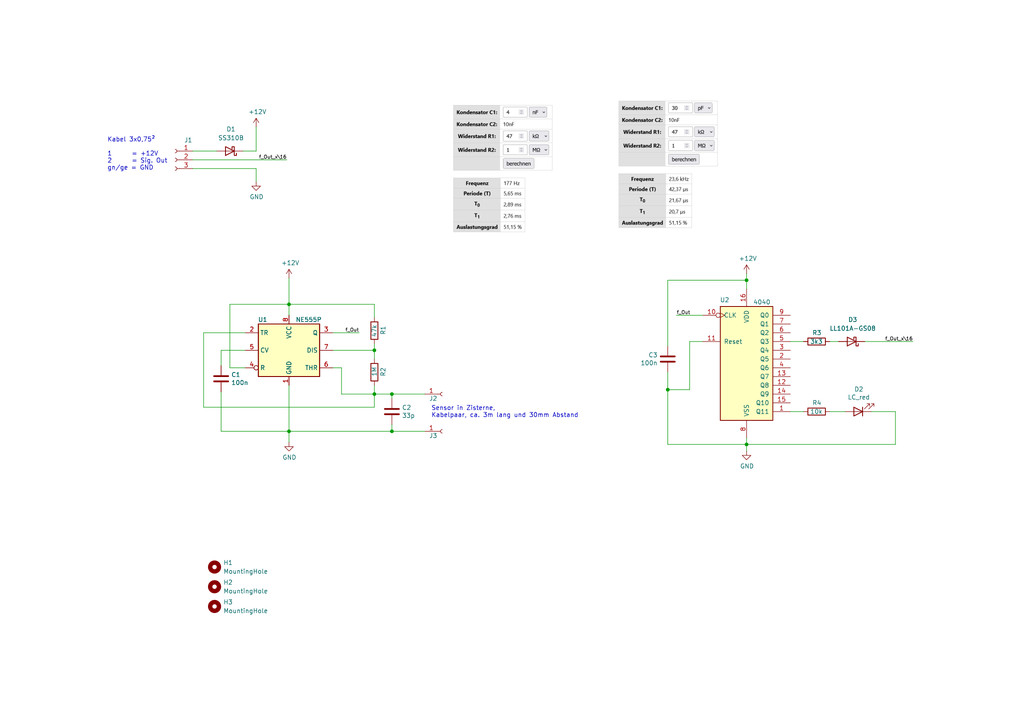
<source format=kicad_sch>
(kicad_sch (version 20231120) (generator "eeschema") (generator_version "8.0")
  (paper "A4")
  (title_block (title "Liquid-Sensor-Zisterne") (date "2023-01-03") (rev "0"))
  (lib_symbols
    (symbol "4xxx:4040" (pin_names (offset 1.016))
      (property "Reference" "U" (at -7.62 16.51 0))
      (property "Value" "4040" (at -7.62 -19.05 0))
      (symbol "4040_1_0"
        (pin output line (at 12.7 -15.24 180) (length 5.08) (name "Q11") (number "1"))
        (pin input inverted_clock (at -12.7 12.7 0) (length 5.08) (name "CLK") (number "10"))
        (pin input line (at -12.7 5.08 0) (length 5.08) (name "Reset") (number "11"))
        (pin output line (at 12.7 -7.62 180) (length 5.08) (name "Q8") (number "12"))
        (pin output line (at 12.7 -5.08 180) (length 5.08) (name "Q7") (number "13"))
        (pin output line (at 12.7 -10.16 180) (length 5.08) (name "Q9") (number "14"))
        (pin output line (at 12.7 -12.7 180) (length 5.08) (name "Q10") (number "15"))
        (pin power_in line (at 0 20.32 270) (length 5.08) (name "VDD") (number "16"))
        (pin output line (at 12.7 0 180) (length 5.08) (name "Q5") (number "2"))
        (pin output line (at 12.7 2.54 180) (length 5.08) (name "Q4") (number "3"))
        (pin output line (at 12.7 -2.54 180) (length 5.08) (name "Q6") (number "4"))
        (pin output line (at 12.7 5.08 180) (length 5.08) (name "Q3") (number "5"))
        (pin output line (at 12.7 7.62 180) (length 5.08) (name "Q2") (number "6"))
        (pin output line (at 12.7 10.16 180) (length 5.08) (name "Q1") (number "7"))
        (pin power_in line (at 0 -22.86 90) (length 5.08) (name "VSS") (number "8"))
        (pin output line (at 12.7 12.7 180) (length 5.08) (name "Q0") (number "9"))
      )
      (symbol "4040_1_1"
        (rectangle (start -7.62 15.24) (end 7.62 -17.78) (stroke (width 0.254)) (fill (type background)))
      )
    )
    (symbol "Device:C" (pin_numbers hide) (pin_names (offset 0.254))
      (property "Reference" "C" (at 0.635 2.54 0))
      (property "Value" "C" (at 0.635 -2.54 0))
      (symbol "C_0_1"
        (polyline (pts (xy -2.032 -0.762) (xy 2.032 -0.762)) (stroke (width 0.508)))
        (polyline (pts (xy -2.032 0.762) (xy 2.032 0.762)) (stroke (width 0.508)))
      )
      (symbol "C_1_1"
        (pin passive line (at 0 3.81 270) (length 2.794) (name "~") (number "1"))
        (pin passive line (at 0 -3.81 90) (length 2.794) (name "~") (number "2"))
      )
    )
    (symbol "Device:D_Schottky" (pin_numbers hide) (pin_names (offset 1.016) hide)
      (property "Reference" "D" (at 0 2.54 0))
      (property "Value" "D_Schottky" (at 0 -2.54 0))
      (symbol "D_Schottky_0_1"
        (polyline (pts (xy 1.27 0) (xy -1.27 0)))
        (polyline (pts (xy 1.27 1.27) (xy 1.27 -1.27) (xy -1.27 0) (xy 1.27 1.27)) (stroke (width 0.254)))
        (polyline (pts (xy -1.905 0.635) (xy -1.905 1.27) (xy -1.27 1.27) (xy -1.27 -1.27) (xy -0.635 -1.27) (xy -0.635 -0.635)) (stroke (width 0.254)))
      )
      (symbol "D_Schottky_1_1"
        (pin passive line (at -3.81 0 0) (length 2.54) (name "K") (number "1"))
        (pin passive line (at 3.81 0 180) (length 2.54) (name "A") (number "2"))
      )
    )
    (symbol "Device:LED" (pin_numbers hide) (pin_names (offset 1.016) hide)
      (property "Reference" "D" (at 0 2.54 0))
      (property "Value" "LED" (at 0 -2.54 0))
      (symbol "LED_0_1"
        (polyline (pts (xy -1.27 -1.27) (xy -1.27 1.27)) (stroke (width 0.254)))
        (polyline (pts (xy -1.27 0) (xy 1.27 0)))
        (polyline (pts (xy 1.27 -1.27) (xy 1.27 1.27) (xy -1.27 0) (xy 1.27 -1.27)) (stroke (width 0.254)))
        (polyline (pts (xy -3.048 -0.762) (xy -4.572 -2.286) (xy -3.81 -2.286) (xy -4.572 -2.286) (xy -4.572 -1.524)))
        (polyline (pts (xy -1.778 -0.762) (xy -3.302 -2.286) (xy -2.54 -2.286) (xy -3.302 -2.286) (xy -3.302 -1.524)))
      )
      (symbol "LED_1_1"
        (pin passive line (at -3.81 0 0) (length 2.54) (name "K") (number "1"))
        (pin passive line (at 3.81 0 180) (length 2.54) (name "A") (number "2"))
      )
    )
    (symbol "Device:R" (pin_numbers hide) (pin_names (offset 0))
      (property "Reference" "R" (at 2.032 0 90))
      (property "Value" "R" (at 0 0 90))
      (symbol "R_0_1"
        (rectangle (start -1.016 -2.54) (end 1.016 2.54) (stroke (width 0.254)))
      )
      (symbol "R_1_1"
        (pin passive line (at 0 3.81 270) (length 1.27) (name "~") (number "1"))
        (pin passive line (at 0 -3.81 90) (length 1.27) (name "~") (number "2"))
      )
    )
    (symbol "Liquid-Sensor-Zisterne-rescue:+12V-power" (power) (pin_names (offset 0))
      (property "Value" "power_+12V" (at 0 3.556 0))
      (symbol "+12V-power_0_1"
        (polyline (pts (xy -0.762 1.27) (xy 0 2.54)))
        (polyline (pts (xy 0 0) (xy 0 2.54)))
        (polyline (pts (xy 0 2.54) (xy 0.762 1.27)))
      )
      (symbol "+12V-power_1_1"
        (pin power_in line (at 0 0 90) (length 0) hide (name "+12V") (number "1"))
      )
    )
    (symbol "Liquid-Sensor-Zisterne-rescue:Conn_01x01_Female-Connector" (pin_names (offset 1.016) hide)
      (property "Reference" "J" (at 0 2.54 0))
      (property "Value" "Connector_Conn_01x01_Female" (at 0 -2.54 0))
      (symbol "Conn_01x01_Female-Connector_1_1"
        (polyline (pts (xy -1.27 0) (xy -0.508 0)) (stroke (width 0.1524)))
        (arc (start 0 0.508) (mid -0.508 0) (end 0 -0.508) (stroke (width 0.1524)))
        (pin passive line (at -5.08 0 0) (length 3.81) (name "Pin_1") (number "1"))
      )
    )
    (symbol "Liquid-Sensor-Zisterne-rescue:Conn_01x03_Female-Connector" (pin_names (offset 1.016) hide)
      (property "Reference" "J" (at 0 5.08 0))
      (property "Value" "Connector_Conn_01x03_Female" (at 0 -5.08 0))
      (symbol "Conn_01x03_Female-Connector_1_1"
        (arc (start 0 -2.032) (mid -0.508 -2.54) (end 0 -3.048) (stroke (width 0.1524)))
        (polyline (pts (xy -1.27 -2.54) (xy -0.508 -2.54)) (stroke (width 0.1524)))
        (polyline (pts (xy -1.27 0) (xy -0.508 0)) (stroke (width 0.1524)))
        (polyline (pts (xy -1.27 2.54) (xy -0.508 2.54)) (stroke (width 0.1524)))
        (arc (start 0 0.508) (mid -0.508 0) (end 0 -0.508) (stroke (width 0.1524)))
        (arc (start 0 3.048) (mid -0.508 2.54) (end 0 2.032) (stroke (width 0.1524)))
        (pin passive line (at -5.08 2.54 0) (length 3.81) (name "Pin_1") (number "1"))
        (pin passive line (at -5.08 0 0) (length 3.81) (name "Pin_2") (number "2"))
        (pin passive line (at -5.08 -2.54 0) (length 3.81) (name "Pin_3") (number "3"))
      )
    )
    (symbol "Liquid-Sensor-Zisterne-rescue:GND-power" (power) (pin_names (offset 0))
      (property "Value" "power_GND" (at 0 -3.81 0))
      (symbol "GND-power_0_1"
        (polyline (pts (xy 0 0) (xy 0 -1.27) (xy 1.27 -1.27) (xy 0 -2.54) (xy -1.27 -1.27) (xy 0 -1.27)))
      )
      (symbol "GND-power_1_1"
        (pin power_in line (at 0 0 270) (length 0) hide (name "GND") (number "1"))
      )
    )
    (symbol "Mechanical:MountingHole" (pin_names (offset 1.016)) (exclude_from_sim yes) (in_bom no)
      (property "Reference" "H" (at 0 5.08 0))
      (property "Value" "MountingHole" (at 0 3.175 0))
      (symbol "MountingHole_0_1"
        (circle (center 0 0) (radius 1.27) (stroke (width 1.27)))
      )
    )
    (symbol "Timer:NE555P"
      (property "Reference" "U" (at -10.16 8.89 0))
      (property "Value" "NE555P" (at 2.54 8.89 0))
      (symbol "NE555P_0_0"
        (pin power_in line (at 0 -10.16 90) (length 2.54) (name "GND") (number "1"))
        (pin power_in line (at 0 10.16 270) (length 2.54) (name "VCC") (number "8"))
      )
      (symbol "NE555P_0_1"
        (rectangle (start -8.89 -7.62) (end 8.89 7.62) (stroke (width 0.254)) (fill (type background)))
        (rectangle (start -8.89 -7.62) (end 8.89 7.62) (stroke (width 0.254)) (fill (type background)))
      )
      (symbol "NE555P_1_1"
        (pin input line (at -12.7 5.08 0) (length 3.81) (name "TR") (number "2"))
        (pin output line (at 12.7 5.08 180) (length 3.81) (name "Q") (number "3"))
        (pin input inverted (at -12.7 -5.08 0) (length 3.81) (name "R") (number "4"))
        (pin input line (at -12.7 0 0) (length 3.81) (name "CV") (number "5"))
        (pin input line (at 12.7 -5.08 180) (length 3.81) (name "THR") (number "6"))
        (pin input line (at 12.7 0 180) (length 3.81) (name "DIS") (number "7"))
      )
    )
  )
  (junction (at 113.665 125.095))
  (junction (at 113.665 114.3))
  (junction (at 108.585 114.3))
  (junction (at 83.82 88.265))
  (junction (at 216.535 128.905))
  (junction (at 193.675 113.03))
  (junction (at 216.535 81.28))
  (junction (at 83.82 125.095))
  (junction (at 108.585 101.6))
  (wire (pts (xy 200.025 99.06) (xy 200.025 113.03)))
  (wire (pts (xy 123.19 114.3) (xy 113.665 114.3)))
  (wire (pts (xy 55.88 46.355) (xy 83.185 46.355)))
  (wire (pts (xy 123.19 125.095) (xy 113.665 125.095)))
  (wire (pts (xy 216.535 128.905) (xy 216.535 130.81)))
  (wire (pts (xy 252.73 119.38) (xy 259.715 119.38)))
  (wire (pts (xy 108.585 99.695) (xy 108.585 101.6)))
  (wire (pts (xy 193.675 107.95) (xy 193.675 113.03)))
  (wire (pts (xy 59.055 118.11) (xy 108.585 118.11)))
  (wire (pts (xy 74.295 48.895) (xy 74.295 52.705)))
  (wire (pts (xy 240.665 119.38) (xy 245.11 119.38)))
  (wire (pts (xy 216.535 81.28) (xy 193.675 81.28)))
  (wire (pts (xy 216.535 81.28) (xy 216.535 79.375)))
  (wire (pts (xy 96.52 106.68) (xy 99.06 106.68)))
  (wire (pts (xy 66.675 106.68) (xy 66.675 88.265)))
  (wire (pts (xy 200.025 113.03) (xy 193.675 113.03)))
  (wire (pts (xy 113.665 125.095) (xy 83.82 125.095)))
  (wire (pts (xy 71.12 96.52) (xy 59.055 96.52)))
  (wire (pts (xy 113.665 114.3) (xy 113.665 115.57)))
  (wire (pts (xy 216.535 83.82) (xy 216.535 81.28)))
  (wire (pts (xy 83.82 91.44) (xy 83.82 88.265)))
  (wire (pts (xy 99.06 114.3) (xy 108.585 114.3)))
  (wire (pts (xy 55.88 48.895) (xy 74.295 48.895)))
  (wire (pts (xy 193.675 128.905) (xy 216.535 128.905)))
  (wire (pts (xy 66.675 88.265) (xy 83.82 88.265)))
  (wire (pts (xy 250.825 99.06) (xy 264.795 99.06)))
  (wire (pts (xy 216.535 128.905) (xy 216.535 127)))
  (wire (pts (xy 83.82 128.27) (xy 83.82 125.095)))
  (wire (pts (xy 108.585 101.6) (xy 96.52 101.6)))
  (wire (pts (xy 83.82 111.76) (xy 83.82 125.095)))
  (wire (pts (xy 108.585 118.11) (xy 108.585 114.3)))
  (wire (pts (xy 71.12 106.68) (xy 66.675 106.68)))
  (wire (pts (xy 83.82 88.265) (xy 83.82 80.645)))
  (wire (pts (xy 259.715 128.905) (xy 216.535 128.905)))
  (wire (pts (xy 113.665 123.19) (xy 113.665 125.095)))
  (wire (pts (xy 193.675 113.03) (xy 193.675 128.905)))
  (wire (pts (xy 203.835 99.06) (xy 200.025 99.06)))
  (wire (pts (xy 55.88 43.815) (xy 62.865 43.815)))
  (wire (pts (xy 74.295 43.815) (xy 74.295 36.83)))
  (wire (pts (xy 96.52 96.52) (xy 104.14 96.52)))
  (wire (pts (xy 229.235 119.38) (xy 233.045 119.38)))
  (wire (pts (xy 233.045 99.06) (xy 229.235 99.06)))
  (wire (pts (xy 108.585 114.3) (xy 108.585 111.76)))
  (wire (pts (xy 64.135 125.095) (xy 83.82 125.095)))
  (wire (pts (xy 59.055 96.52) (xy 59.055 118.11)))
  (wire (pts (xy 83.82 88.265) (xy 108.585 88.265)))
  (wire (pts (xy 99.06 106.68) (xy 99.06 114.3)))
  (wire (pts (xy 259.715 119.38) (xy 259.715 128.905)))
  (wire (pts (xy 108.585 88.265) (xy 108.585 92.075)))
  (wire (pts (xy 203.835 91.44) (xy 196.215 91.44)))
  (wire (pts (xy 70.485 43.815) (xy 74.295 43.815)))
  (wire (pts (xy 193.675 81.28) (xy 193.675 100.33)))
  (wire (pts (xy 64.135 113.665) (xy 64.135 125.095)))
  (wire (pts (xy 240.665 99.06) (xy 243.205 99.06)))
  (wire (pts (xy 71.12 101.6) (xy 64.135 101.6)))
  (wire (pts (xy 64.135 101.6) (xy 64.135 106.045)))
  (wire (pts (xy 108.585 104.14) (xy 108.585 101.6)))
  (wire (pts (xy 108.585 114.3) (xy 113.665 114.3)))
  (image (at 195.58 48.26) (scale 0.313333))
  (image (at 146.685 49.53) (scale 0.313333))
  (text "Sensor in Zisterne,\nKabelpaar, ca. 3m lang und 30mm Abstand" (at 125.095 121.285 0) (effects (font (size 1.27 1.27)) (justify left bottom)))
  (text "Kabel 3x0,75²\n\n1      = +12V\n2      = Sig. Out\ngn/ge = GND" (at 31.115 49.53 0) (effects (font (size 1.27 1.27)) (justify left bottom)))
  (label "f_Out_x\\16" (at 83.185 46.355 180) (effects (font (size 0.9906 0.9906))))
  (label "f_Out_x\\16" (at 264.795 99.06 180) (effects (font (size 0.9906 0.9906))))
  (label "f_Out" (at 104.14 96.52 180) (effects (font (size 0.9906 0.9906))))
  (label "f_Out" (at 196.215 91.44 0) (effects (font (size 0.9906 0.9906))))
  (symbol (lib_id "Timer:NE555P") (at 83.82 101.6 0) (unit 1)
    (property "Reference" "U1" (at 76.2 92.71 0))
    (property "Value" "NE555P" (at 89.535 92.71 0))
    (property "Footprint" "Package_SO:SO-8_3.9x4.9mm_P1.27mm" (effects (hide yes)))
    (property "Datasheet" "http://www.ti.com/lit/ds/symlink/ne555.pdf" (effects (hide yes)))
  )
  (symbol (lib_id "Liquid-Sensor-Zisterne-rescue:+12V-power") (at 83.82 80.645 0) (unit 1)
    (property "Reference" "#PWR03" (effects (hide yes)))
    (property "Value" "+12V" (at 84.201 76.2508 0))
  )
  (symbol (lib_id "Liquid-Sensor-Zisterne-rescue:GND-power") (at 83.82 128.27 0) (unit 1)
    (property "Reference" "#PWR04" (effects (hide yes)))
    (property "Value" "GND" (at 83.947 132.6642 0))
  )
  (symbol (lib_id "Device:R") (at 108.585 107.95 0) (unit 1)
    (property "Reference" "R2" (at 111.125 109.22 90) (effects (justify left)))
    (property "Value" "1M" (at 108.585 109.22 90) (effects (justify left)))
    (property "Footprint" "Resistor_SMD:R_0805_2012Metric_Pad1.20x1.40mm_HandSolder" (effects (hide yes)))
  )
  (symbol (lib_id "Device:R") (at 108.585 95.885 0) (unit 1)
    (property "Reference" "R1" (at 111.125 97.155 90) (effects (justify left)))
    (property "Value" "47k" (at 108.585 97.79 90) (effects (justify left)))
    (property "Footprint" "Resistor_SMD:R_0805_2012Metric_Pad1.20x1.40mm_HandSolder" (effects (hide yes)))
  )
  (symbol (lib_id "Device:C") (at 113.665 119.38 180) (unit 1)
    (property "Reference" "C2" (at 116.586 118.2116 0) (effects (justify right)))
    (property "Value" "33p" (at 116.586 120.523 0) (effects (justify right)))
    (property "Footprint" "Capacitor_THT:C_Disc_D3.4mm_W2.1mm_P2.50mm" (effects (hide yes)))
  )
  (symbol (lib_id "Device:C") (at 64.135 109.855 0) (unit 1)
    (property "Reference" "C1" (at 67.056 108.6866 0) (effects (justify left)))
    (property "Value" "100n" (at 67.056 110.998 0) (effects (justify left)))
    (property "Footprint" "Capacitor_SMD:C_0805_2012Metric_Pad1.18x1.45mm_HandSolder" (effects (hide yes)))
  )
  (symbol (lib_id "Liquid-Sensor-Zisterne-rescue:Conn_01x01_Female-Connector") (at 128.27 125.095 0) (unit 1)
    (property "Reference" "J3" (at 124.46 126.365 0) (effects (justify left)))
    (property "Value" "Conn_01x01_Female" (effects (hide yes)))
    (property "Footprint" "TestPoint:TestPoint_Loop_D3.50mm_Drill1.4mm_Beaded" (effects (hide yes)))
  )
  (symbol (lib_id "Liquid-Sensor-Zisterne-rescue:Conn_01x01_Female-Connector") (at 128.27 114.3 0) (unit 1)
    (property "Reference" "J2" (at 124.46 115.57 0) (effects (justify left)))
    (property "Value" "Conn_01x01_Female" (effects (hide yes)))
    (property "Footprint" "TestPoint:TestPoint_Loop_D3.50mm_Drill1.4mm_Beaded" (effects (hide yes)))
  )
  (symbol (lib_id "4xxx:4040") (at 216.535 104.14 0) (unit 1)
    (property "Reference" "U2" (at 210.185 86.995 0))
    (property "Value" "4040" (at 220.98 87.63 0))
    (property "Footprint" "Package_SO:SOIC-16_3.9x9.9mm_P1.27mm" (effects (hide yes)))
    (property "Datasheet" "http://www.intersil.com/content/dam/Intersil/documents/cd40/cd4020bms-24bms-40bms.pdf" (effects (hide yes)))
    (property "Reichelt" "SMD 4040" (effects (hide yes)))
  )
  (symbol (lib_id "Liquid-Sensor-Zisterne-rescue:GND-power") (at 74.295 52.705 0) (unit 1)
    (property "Reference" "#PWR02" (effects (hide yes)))
    (property "Value" "GND" (at 74.422 57.0992 0))
  )
  (symbol (lib_id "Device:C") (at 193.675 104.14 0) (mirror x) (unit 1)
    (property "Reference" "C3" (at 190.754 102.9716 0) (effects (justify right)))
    (property "Value" "100n" (at 190.754 105.283 0) (effects (justify right)))
    (property "Footprint" "Capacitor_SMD:C_0805_2012Metric_Pad1.18x1.45mm_HandSolder" (effects (hide yes)))
  )
  (symbol (lib_id "Liquid-Sensor-Zisterne-rescue:+12V-power") (at 216.535 79.375 0) (unit 1)
    (property "Reference" "#PWR05" (effects (hide yes)))
    (property "Value" "+12V" (at 216.916 74.9808 0))
  )
  (symbol (lib_id "Device:LED") (at 248.92 119.38 180) (unit 1)
    (property "Reference" "D2" (at 249.0978 112.903 0))
    (property "Value" "LC_red" (at 249.0978 115.2144 0))
    (property "Footprint" "LED_THT:LED_D3.0mm" (effects (hide yes)))
  )
  (symbol (lib_id "Device:R") (at 236.855 119.38 270) (mirror x) (unit 1)
    (property "Reference" "R4" (at 235.585 116.84 90) (effects (justify left)))
    (property "Value" "10k" (at 234.95 119.38 90) (effects (justify left)))
    (property "Footprint" "Resistor_SMD:R_0805_2012Metric_Pad1.20x1.40mm_HandSolder" (effects (hide yes)))
  )
  (symbol (lib_id "Device:R") (at 236.855 99.06 270) (mirror x) (unit 1)
    (property "Reference" "R3" (at 235.585 96.52 90) (effects (justify left)))
    (property "Value" "3k3" (at 234.95 99.06 90) (effects (justify left)))
    (property "Footprint" "Resistor_SMD:R_0805_2012Metric_Pad1.20x1.40mm_HandSolder" (effects (hide yes)))
  )
  (symbol (lib_id "Liquid-Sensor-Zisterne-rescue:Conn_01x03_Female-Connector") (at 50.8 46.355 0) (mirror y) (unit 1)
    (property "Reference" "J1" (at 54.61 40.64 0))
    (property "Value" "Conn_01x03_Female" (effects (hide yes)))
    (property "Footprint" "Connector_PinHeader_2.54mm:PinHeader_1x03_P2.54mm_Horizontal" (effects (hide yes)))
  )
  (symbol (lib_id "Liquid-Sensor-Zisterne-rescue:+12V-power") (at 74.295 36.83 0) (unit 1)
    (property "Reference" "#PWR01" (effects (hide yes)))
    (property "Value" "+12V" (at 74.676 32.4358 0))
  )
  (symbol (lib_id "Liquid-Sensor-Zisterne-rescue:GND-power") (at 216.535 130.81 0) (unit 1)
    (property "Reference" "#PWR06" (effects (hide yes)))
    (property "Value" "GND" (at 216.662 135.2042 0))
  )
  (symbol (lib_id "Mechanical:MountingHole") (at 62.23 175.895 0) (unit 1) (exclude_from_sim yes) (in_bom no)
    (property "Reference" "H3" (at 64.77 174.6249 0) (effects (justify left)))
    (property "Value" "MountingHole" (at 64.77 177.1649 0) (effects (justify left)))
    (property "Footprint" "MountingHole:MountingHole_3.2mm_M3_DIN965" (effects (hide yes)))
    (property "Description" "Mounting Hole without connection" (effects (hide yes)))
  )
  (symbol (lib_id "Mechanical:MountingHole") (at 62.23 164.465 0) (unit 1) (exclude_from_sim yes) (in_bom no)
    (property "Reference" "H1" (at 64.77 163.1949 0) (effects (justify left)))
    (property "Value" "MountingHole" (at 64.77 165.7349 0) (effects (justify left)))
    (property "Footprint" "MountingHole:MountingHole_3.2mm_M3_DIN965" (effects (hide yes)))
    (property "Description" "Mounting Hole without connection" (effects (hide yes)))
  )
  (symbol (lib_id "Device:D_Schottky") (at 247.015 99.06 180) (unit 1)
    (property "Reference" "D3" (at 247.3325 92.71 0))
    (property "Value" "LL101A-GS08" (at 247.3325 95.25 0))
    (property "Footprint" "Diode_SMD:D_MiniMELF" (effects (hide yes)))
    (property "Description" "Schottky diode" (effects (hide yes)))
  )
  (symbol (lib_id "Mechanical:MountingHole") (at 62.23 170.18 0) (unit 1) (exclude_from_sim yes) (in_bom no)
    (property "Reference" "H2" (at 64.77 168.9099 0) (effects (justify left)))
    (property "Value" "MountingHole" (at 64.77 171.4499 0) (effects (justify left)))
    (property "Footprint" "MountingHole:MountingHole_3.2mm_M3_DIN965" (effects (hide yes)))
    (property "Description" "Mounting Hole without connection" (effects (hide yes)))
  )
  (symbol (lib_id "Device:D_Schottky") (at 66.675 43.815 180) (unit 1)
    (property "Reference" "D1" (at 66.9925 37.465 0))
    (property "Value" "SS310B" (at 66.9925 40.005 0))
    (property "Footprint" "Diode_SMD:D_SMB_Handsoldering" (effects (hide yes)))
    (property "Description" "Schottky diode" (effects (hide yes)))
  )
)
</source>
